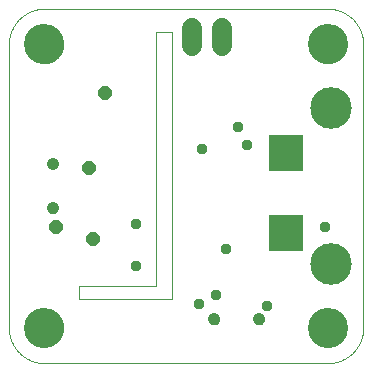
<source format=gbs>
G75*
%MOIN*%
%OFA0B0*%
%FSLAX25Y25*%
%IPPOS*%
%LPD*%
%AMOC8*
5,1,8,0,0,1.08239X$1,22.5*
%
%ADD10C,0.00000*%
%ADD11R,0.11430X0.12414*%
%ADD12C,0.13398*%
%ADD13C,0.04146*%
%ADD14C,0.06706*%
%ADD15C,0.13855*%
%ADD16OC8,0.04562*%
%ADD17OC8,0.03500*%
D10*
X0054181Y0045967D02*
X0054181Y0140455D01*
X0059693Y0140455D02*
X0059695Y0140613D01*
X0059701Y0140771D01*
X0059711Y0140929D01*
X0059725Y0141087D01*
X0059743Y0141244D01*
X0059764Y0141401D01*
X0059790Y0141557D01*
X0059820Y0141713D01*
X0059853Y0141868D01*
X0059891Y0142021D01*
X0059932Y0142174D01*
X0059977Y0142326D01*
X0060026Y0142477D01*
X0060079Y0142626D01*
X0060135Y0142774D01*
X0060195Y0142920D01*
X0060259Y0143065D01*
X0060327Y0143208D01*
X0060398Y0143350D01*
X0060472Y0143490D01*
X0060550Y0143627D01*
X0060632Y0143763D01*
X0060716Y0143897D01*
X0060805Y0144028D01*
X0060896Y0144157D01*
X0060991Y0144284D01*
X0061088Y0144409D01*
X0061189Y0144531D01*
X0061293Y0144650D01*
X0061400Y0144767D01*
X0061510Y0144881D01*
X0061623Y0144992D01*
X0061738Y0145101D01*
X0061856Y0145206D01*
X0061977Y0145308D01*
X0062100Y0145408D01*
X0062226Y0145504D01*
X0062354Y0145597D01*
X0062484Y0145687D01*
X0062617Y0145773D01*
X0062752Y0145857D01*
X0062888Y0145936D01*
X0063027Y0146013D01*
X0063168Y0146085D01*
X0063310Y0146155D01*
X0063454Y0146220D01*
X0063600Y0146282D01*
X0063747Y0146340D01*
X0063896Y0146395D01*
X0064046Y0146446D01*
X0064197Y0146493D01*
X0064349Y0146536D01*
X0064502Y0146575D01*
X0064657Y0146611D01*
X0064812Y0146642D01*
X0064968Y0146670D01*
X0065124Y0146694D01*
X0065281Y0146714D01*
X0065439Y0146730D01*
X0065596Y0146742D01*
X0065755Y0146750D01*
X0065913Y0146754D01*
X0066071Y0146754D01*
X0066229Y0146750D01*
X0066388Y0146742D01*
X0066545Y0146730D01*
X0066703Y0146714D01*
X0066860Y0146694D01*
X0067016Y0146670D01*
X0067172Y0146642D01*
X0067327Y0146611D01*
X0067482Y0146575D01*
X0067635Y0146536D01*
X0067787Y0146493D01*
X0067938Y0146446D01*
X0068088Y0146395D01*
X0068237Y0146340D01*
X0068384Y0146282D01*
X0068530Y0146220D01*
X0068674Y0146155D01*
X0068816Y0146085D01*
X0068957Y0146013D01*
X0069096Y0145936D01*
X0069232Y0145857D01*
X0069367Y0145773D01*
X0069500Y0145687D01*
X0069630Y0145597D01*
X0069758Y0145504D01*
X0069884Y0145408D01*
X0070007Y0145308D01*
X0070128Y0145206D01*
X0070246Y0145101D01*
X0070361Y0144992D01*
X0070474Y0144881D01*
X0070584Y0144767D01*
X0070691Y0144650D01*
X0070795Y0144531D01*
X0070896Y0144409D01*
X0070993Y0144284D01*
X0071088Y0144157D01*
X0071179Y0144028D01*
X0071268Y0143897D01*
X0071352Y0143763D01*
X0071434Y0143627D01*
X0071512Y0143490D01*
X0071586Y0143350D01*
X0071657Y0143208D01*
X0071725Y0143065D01*
X0071789Y0142920D01*
X0071849Y0142774D01*
X0071905Y0142626D01*
X0071958Y0142477D01*
X0072007Y0142326D01*
X0072052Y0142174D01*
X0072093Y0142021D01*
X0072131Y0141868D01*
X0072164Y0141713D01*
X0072194Y0141557D01*
X0072220Y0141401D01*
X0072241Y0141244D01*
X0072259Y0141087D01*
X0072273Y0140929D01*
X0072283Y0140771D01*
X0072289Y0140613D01*
X0072291Y0140455D01*
X0072289Y0140297D01*
X0072283Y0140139D01*
X0072273Y0139981D01*
X0072259Y0139823D01*
X0072241Y0139666D01*
X0072220Y0139509D01*
X0072194Y0139353D01*
X0072164Y0139197D01*
X0072131Y0139042D01*
X0072093Y0138889D01*
X0072052Y0138736D01*
X0072007Y0138584D01*
X0071958Y0138433D01*
X0071905Y0138284D01*
X0071849Y0138136D01*
X0071789Y0137990D01*
X0071725Y0137845D01*
X0071657Y0137702D01*
X0071586Y0137560D01*
X0071512Y0137420D01*
X0071434Y0137283D01*
X0071352Y0137147D01*
X0071268Y0137013D01*
X0071179Y0136882D01*
X0071088Y0136753D01*
X0070993Y0136626D01*
X0070896Y0136501D01*
X0070795Y0136379D01*
X0070691Y0136260D01*
X0070584Y0136143D01*
X0070474Y0136029D01*
X0070361Y0135918D01*
X0070246Y0135809D01*
X0070128Y0135704D01*
X0070007Y0135602D01*
X0069884Y0135502D01*
X0069758Y0135406D01*
X0069630Y0135313D01*
X0069500Y0135223D01*
X0069367Y0135137D01*
X0069232Y0135053D01*
X0069096Y0134974D01*
X0068957Y0134897D01*
X0068816Y0134825D01*
X0068674Y0134755D01*
X0068530Y0134690D01*
X0068384Y0134628D01*
X0068237Y0134570D01*
X0068088Y0134515D01*
X0067938Y0134464D01*
X0067787Y0134417D01*
X0067635Y0134374D01*
X0067482Y0134335D01*
X0067327Y0134299D01*
X0067172Y0134268D01*
X0067016Y0134240D01*
X0066860Y0134216D01*
X0066703Y0134196D01*
X0066545Y0134180D01*
X0066388Y0134168D01*
X0066229Y0134160D01*
X0066071Y0134156D01*
X0065913Y0134156D01*
X0065755Y0134160D01*
X0065596Y0134168D01*
X0065439Y0134180D01*
X0065281Y0134196D01*
X0065124Y0134216D01*
X0064968Y0134240D01*
X0064812Y0134268D01*
X0064657Y0134299D01*
X0064502Y0134335D01*
X0064349Y0134374D01*
X0064197Y0134417D01*
X0064046Y0134464D01*
X0063896Y0134515D01*
X0063747Y0134570D01*
X0063600Y0134628D01*
X0063454Y0134690D01*
X0063310Y0134755D01*
X0063168Y0134825D01*
X0063027Y0134897D01*
X0062888Y0134974D01*
X0062752Y0135053D01*
X0062617Y0135137D01*
X0062484Y0135223D01*
X0062354Y0135313D01*
X0062226Y0135406D01*
X0062100Y0135502D01*
X0061977Y0135602D01*
X0061856Y0135704D01*
X0061738Y0135809D01*
X0061623Y0135918D01*
X0061510Y0136029D01*
X0061400Y0136143D01*
X0061293Y0136260D01*
X0061189Y0136379D01*
X0061088Y0136501D01*
X0060991Y0136626D01*
X0060896Y0136753D01*
X0060805Y0136882D01*
X0060716Y0137013D01*
X0060632Y0137147D01*
X0060550Y0137283D01*
X0060472Y0137420D01*
X0060398Y0137560D01*
X0060327Y0137702D01*
X0060259Y0137845D01*
X0060195Y0137990D01*
X0060135Y0138136D01*
X0060079Y0138284D01*
X0060026Y0138433D01*
X0059977Y0138584D01*
X0059932Y0138736D01*
X0059891Y0138889D01*
X0059853Y0139042D01*
X0059820Y0139197D01*
X0059790Y0139353D01*
X0059764Y0139509D01*
X0059743Y0139666D01*
X0059725Y0139823D01*
X0059711Y0139981D01*
X0059701Y0140139D01*
X0059695Y0140297D01*
X0059693Y0140455D01*
X0054181Y0140455D02*
X0054184Y0140740D01*
X0054195Y0141026D01*
X0054212Y0141311D01*
X0054236Y0141595D01*
X0054267Y0141879D01*
X0054305Y0142162D01*
X0054350Y0142443D01*
X0054401Y0142724D01*
X0054459Y0143004D01*
X0054524Y0143282D01*
X0054596Y0143558D01*
X0054674Y0143832D01*
X0054759Y0144105D01*
X0054851Y0144375D01*
X0054949Y0144643D01*
X0055053Y0144909D01*
X0055164Y0145172D01*
X0055281Y0145432D01*
X0055404Y0145690D01*
X0055534Y0145944D01*
X0055670Y0146195D01*
X0055811Y0146443D01*
X0055959Y0146687D01*
X0056112Y0146928D01*
X0056272Y0147164D01*
X0056437Y0147397D01*
X0056607Y0147626D01*
X0056783Y0147851D01*
X0056965Y0148071D01*
X0057151Y0148287D01*
X0057343Y0148498D01*
X0057540Y0148705D01*
X0057742Y0148907D01*
X0057949Y0149104D01*
X0058160Y0149296D01*
X0058376Y0149482D01*
X0058596Y0149664D01*
X0058821Y0149840D01*
X0059050Y0150010D01*
X0059283Y0150175D01*
X0059519Y0150335D01*
X0059760Y0150488D01*
X0060004Y0150636D01*
X0060252Y0150777D01*
X0060503Y0150913D01*
X0060757Y0151043D01*
X0061015Y0151166D01*
X0061275Y0151283D01*
X0061538Y0151394D01*
X0061804Y0151498D01*
X0062072Y0151596D01*
X0062342Y0151688D01*
X0062615Y0151773D01*
X0062889Y0151851D01*
X0063165Y0151923D01*
X0063443Y0151988D01*
X0063723Y0152046D01*
X0064004Y0152097D01*
X0064285Y0152142D01*
X0064568Y0152180D01*
X0064852Y0152211D01*
X0065136Y0152235D01*
X0065421Y0152252D01*
X0065707Y0152263D01*
X0065992Y0152266D01*
X0160480Y0152266D01*
X0154181Y0140455D02*
X0154183Y0140613D01*
X0154189Y0140771D01*
X0154199Y0140929D01*
X0154213Y0141087D01*
X0154231Y0141244D01*
X0154252Y0141401D01*
X0154278Y0141557D01*
X0154308Y0141713D01*
X0154341Y0141868D01*
X0154379Y0142021D01*
X0154420Y0142174D01*
X0154465Y0142326D01*
X0154514Y0142477D01*
X0154567Y0142626D01*
X0154623Y0142774D01*
X0154683Y0142920D01*
X0154747Y0143065D01*
X0154815Y0143208D01*
X0154886Y0143350D01*
X0154960Y0143490D01*
X0155038Y0143627D01*
X0155120Y0143763D01*
X0155204Y0143897D01*
X0155293Y0144028D01*
X0155384Y0144157D01*
X0155479Y0144284D01*
X0155576Y0144409D01*
X0155677Y0144531D01*
X0155781Y0144650D01*
X0155888Y0144767D01*
X0155998Y0144881D01*
X0156111Y0144992D01*
X0156226Y0145101D01*
X0156344Y0145206D01*
X0156465Y0145308D01*
X0156588Y0145408D01*
X0156714Y0145504D01*
X0156842Y0145597D01*
X0156972Y0145687D01*
X0157105Y0145773D01*
X0157240Y0145857D01*
X0157376Y0145936D01*
X0157515Y0146013D01*
X0157656Y0146085D01*
X0157798Y0146155D01*
X0157942Y0146220D01*
X0158088Y0146282D01*
X0158235Y0146340D01*
X0158384Y0146395D01*
X0158534Y0146446D01*
X0158685Y0146493D01*
X0158837Y0146536D01*
X0158990Y0146575D01*
X0159145Y0146611D01*
X0159300Y0146642D01*
X0159456Y0146670D01*
X0159612Y0146694D01*
X0159769Y0146714D01*
X0159927Y0146730D01*
X0160084Y0146742D01*
X0160243Y0146750D01*
X0160401Y0146754D01*
X0160559Y0146754D01*
X0160717Y0146750D01*
X0160876Y0146742D01*
X0161033Y0146730D01*
X0161191Y0146714D01*
X0161348Y0146694D01*
X0161504Y0146670D01*
X0161660Y0146642D01*
X0161815Y0146611D01*
X0161970Y0146575D01*
X0162123Y0146536D01*
X0162275Y0146493D01*
X0162426Y0146446D01*
X0162576Y0146395D01*
X0162725Y0146340D01*
X0162872Y0146282D01*
X0163018Y0146220D01*
X0163162Y0146155D01*
X0163304Y0146085D01*
X0163445Y0146013D01*
X0163584Y0145936D01*
X0163720Y0145857D01*
X0163855Y0145773D01*
X0163988Y0145687D01*
X0164118Y0145597D01*
X0164246Y0145504D01*
X0164372Y0145408D01*
X0164495Y0145308D01*
X0164616Y0145206D01*
X0164734Y0145101D01*
X0164849Y0144992D01*
X0164962Y0144881D01*
X0165072Y0144767D01*
X0165179Y0144650D01*
X0165283Y0144531D01*
X0165384Y0144409D01*
X0165481Y0144284D01*
X0165576Y0144157D01*
X0165667Y0144028D01*
X0165756Y0143897D01*
X0165840Y0143763D01*
X0165922Y0143627D01*
X0166000Y0143490D01*
X0166074Y0143350D01*
X0166145Y0143208D01*
X0166213Y0143065D01*
X0166277Y0142920D01*
X0166337Y0142774D01*
X0166393Y0142626D01*
X0166446Y0142477D01*
X0166495Y0142326D01*
X0166540Y0142174D01*
X0166581Y0142021D01*
X0166619Y0141868D01*
X0166652Y0141713D01*
X0166682Y0141557D01*
X0166708Y0141401D01*
X0166729Y0141244D01*
X0166747Y0141087D01*
X0166761Y0140929D01*
X0166771Y0140771D01*
X0166777Y0140613D01*
X0166779Y0140455D01*
X0166777Y0140297D01*
X0166771Y0140139D01*
X0166761Y0139981D01*
X0166747Y0139823D01*
X0166729Y0139666D01*
X0166708Y0139509D01*
X0166682Y0139353D01*
X0166652Y0139197D01*
X0166619Y0139042D01*
X0166581Y0138889D01*
X0166540Y0138736D01*
X0166495Y0138584D01*
X0166446Y0138433D01*
X0166393Y0138284D01*
X0166337Y0138136D01*
X0166277Y0137990D01*
X0166213Y0137845D01*
X0166145Y0137702D01*
X0166074Y0137560D01*
X0166000Y0137420D01*
X0165922Y0137283D01*
X0165840Y0137147D01*
X0165756Y0137013D01*
X0165667Y0136882D01*
X0165576Y0136753D01*
X0165481Y0136626D01*
X0165384Y0136501D01*
X0165283Y0136379D01*
X0165179Y0136260D01*
X0165072Y0136143D01*
X0164962Y0136029D01*
X0164849Y0135918D01*
X0164734Y0135809D01*
X0164616Y0135704D01*
X0164495Y0135602D01*
X0164372Y0135502D01*
X0164246Y0135406D01*
X0164118Y0135313D01*
X0163988Y0135223D01*
X0163855Y0135137D01*
X0163720Y0135053D01*
X0163584Y0134974D01*
X0163445Y0134897D01*
X0163304Y0134825D01*
X0163162Y0134755D01*
X0163018Y0134690D01*
X0162872Y0134628D01*
X0162725Y0134570D01*
X0162576Y0134515D01*
X0162426Y0134464D01*
X0162275Y0134417D01*
X0162123Y0134374D01*
X0161970Y0134335D01*
X0161815Y0134299D01*
X0161660Y0134268D01*
X0161504Y0134240D01*
X0161348Y0134216D01*
X0161191Y0134196D01*
X0161033Y0134180D01*
X0160876Y0134168D01*
X0160717Y0134160D01*
X0160559Y0134156D01*
X0160401Y0134156D01*
X0160243Y0134160D01*
X0160084Y0134168D01*
X0159927Y0134180D01*
X0159769Y0134196D01*
X0159612Y0134216D01*
X0159456Y0134240D01*
X0159300Y0134268D01*
X0159145Y0134299D01*
X0158990Y0134335D01*
X0158837Y0134374D01*
X0158685Y0134417D01*
X0158534Y0134464D01*
X0158384Y0134515D01*
X0158235Y0134570D01*
X0158088Y0134628D01*
X0157942Y0134690D01*
X0157798Y0134755D01*
X0157656Y0134825D01*
X0157515Y0134897D01*
X0157376Y0134974D01*
X0157240Y0135053D01*
X0157105Y0135137D01*
X0156972Y0135223D01*
X0156842Y0135313D01*
X0156714Y0135406D01*
X0156588Y0135502D01*
X0156465Y0135602D01*
X0156344Y0135704D01*
X0156226Y0135809D01*
X0156111Y0135918D01*
X0155998Y0136029D01*
X0155888Y0136143D01*
X0155781Y0136260D01*
X0155677Y0136379D01*
X0155576Y0136501D01*
X0155479Y0136626D01*
X0155384Y0136753D01*
X0155293Y0136882D01*
X0155204Y0137013D01*
X0155120Y0137147D01*
X0155038Y0137283D01*
X0154960Y0137420D01*
X0154886Y0137560D01*
X0154815Y0137702D01*
X0154747Y0137845D01*
X0154683Y0137990D01*
X0154623Y0138136D01*
X0154567Y0138284D01*
X0154514Y0138433D01*
X0154465Y0138584D01*
X0154420Y0138736D01*
X0154379Y0138889D01*
X0154341Y0139042D01*
X0154308Y0139197D01*
X0154278Y0139353D01*
X0154252Y0139509D01*
X0154231Y0139666D01*
X0154213Y0139823D01*
X0154199Y0139981D01*
X0154189Y0140139D01*
X0154183Y0140297D01*
X0154181Y0140455D01*
X0160480Y0152266D02*
X0160765Y0152263D01*
X0161051Y0152252D01*
X0161336Y0152235D01*
X0161620Y0152211D01*
X0161904Y0152180D01*
X0162187Y0152142D01*
X0162468Y0152097D01*
X0162749Y0152046D01*
X0163029Y0151988D01*
X0163307Y0151923D01*
X0163583Y0151851D01*
X0163857Y0151773D01*
X0164130Y0151688D01*
X0164400Y0151596D01*
X0164668Y0151498D01*
X0164934Y0151394D01*
X0165197Y0151283D01*
X0165457Y0151166D01*
X0165715Y0151043D01*
X0165969Y0150913D01*
X0166220Y0150777D01*
X0166468Y0150636D01*
X0166712Y0150488D01*
X0166953Y0150335D01*
X0167189Y0150175D01*
X0167422Y0150010D01*
X0167651Y0149840D01*
X0167876Y0149664D01*
X0168096Y0149482D01*
X0168312Y0149296D01*
X0168523Y0149104D01*
X0168730Y0148907D01*
X0168932Y0148705D01*
X0169129Y0148498D01*
X0169321Y0148287D01*
X0169507Y0148071D01*
X0169689Y0147851D01*
X0169865Y0147626D01*
X0170035Y0147397D01*
X0170200Y0147164D01*
X0170360Y0146928D01*
X0170513Y0146687D01*
X0170661Y0146443D01*
X0170802Y0146195D01*
X0170938Y0145944D01*
X0171068Y0145690D01*
X0171191Y0145432D01*
X0171308Y0145172D01*
X0171419Y0144909D01*
X0171523Y0144643D01*
X0171621Y0144375D01*
X0171713Y0144105D01*
X0171798Y0143832D01*
X0171876Y0143558D01*
X0171948Y0143282D01*
X0172013Y0143004D01*
X0172071Y0142724D01*
X0172122Y0142443D01*
X0172167Y0142162D01*
X0172205Y0141879D01*
X0172236Y0141595D01*
X0172260Y0141311D01*
X0172277Y0141026D01*
X0172288Y0140740D01*
X0172291Y0140455D01*
X0172291Y0045967D01*
X0154181Y0045967D02*
X0154183Y0046125D01*
X0154189Y0046283D01*
X0154199Y0046441D01*
X0154213Y0046599D01*
X0154231Y0046756D01*
X0154252Y0046913D01*
X0154278Y0047069D01*
X0154308Y0047225D01*
X0154341Y0047380D01*
X0154379Y0047533D01*
X0154420Y0047686D01*
X0154465Y0047838D01*
X0154514Y0047989D01*
X0154567Y0048138D01*
X0154623Y0048286D01*
X0154683Y0048432D01*
X0154747Y0048577D01*
X0154815Y0048720D01*
X0154886Y0048862D01*
X0154960Y0049002D01*
X0155038Y0049139D01*
X0155120Y0049275D01*
X0155204Y0049409D01*
X0155293Y0049540D01*
X0155384Y0049669D01*
X0155479Y0049796D01*
X0155576Y0049921D01*
X0155677Y0050043D01*
X0155781Y0050162D01*
X0155888Y0050279D01*
X0155998Y0050393D01*
X0156111Y0050504D01*
X0156226Y0050613D01*
X0156344Y0050718D01*
X0156465Y0050820D01*
X0156588Y0050920D01*
X0156714Y0051016D01*
X0156842Y0051109D01*
X0156972Y0051199D01*
X0157105Y0051285D01*
X0157240Y0051369D01*
X0157376Y0051448D01*
X0157515Y0051525D01*
X0157656Y0051597D01*
X0157798Y0051667D01*
X0157942Y0051732D01*
X0158088Y0051794D01*
X0158235Y0051852D01*
X0158384Y0051907D01*
X0158534Y0051958D01*
X0158685Y0052005D01*
X0158837Y0052048D01*
X0158990Y0052087D01*
X0159145Y0052123D01*
X0159300Y0052154D01*
X0159456Y0052182D01*
X0159612Y0052206D01*
X0159769Y0052226D01*
X0159927Y0052242D01*
X0160084Y0052254D01*
X0160243Y0052262D01*
X0160401Y0052266D01*
X0160559Y0052266D01*
X0160717Y0052262D01*
X0160876Y0052254D01*
X0161033Y0052242D01*
X0161191Y0052226D01*
X0161348Y0052206D01*
X0161504Y0052182D01*
X0161660Y0052154D01*
X0161815Y0052123D01*
X0161970Y0052087D01*
X0162123Y0052048D01*
X0162275Y0052005D01*
X0162426Y0051958D01*
X0162576Y0051907D01*
X0162725Y0051852D01*
X0162872Y0051794D01*
X0163018Y0051732D01*
X0163162Y0051667D01*
X0163304Y0051597D01*
X0163445Y0051525D01*
X0163584Y0051448D01*
X0163720Y0051369D01*
X0163855Y0051285D01*
X0163988Y0051199D01*
X0164118Y0051109D01*
X0164246Y0051016D01*
X0164372Y0050920D01*
X0164495Y0050820D01*
X0164616Y0050718D01*
X0164734Y0050613D01*
X0164849Y0050504D01*
X0164962Y0050393D01*
X0165072Y0050279D01*
X0165179Y0050162D01*
X0165283Y0050043D01*
X0165384Y0049921D01*
X0165481Y0049796D01*
X0165576Y0049669D01*
X0165667Y0049540D01*
X0165756Y0049409D01*
X0165840Y0049275D01*
X0165922Y0049139D01*
X0166000Y0049002D01*
X0166074Y0048862D01*
X0166145Y0048720D01*
X0166213Y0048577D01*
X0166277Y0048432D01*
X0166337Y0048286D01*
X0166393Y0048138D01*
X0166446Y0047989D01*
X0166495Y0047838D01*
X0166540Y0047686D01*
X0166581Y0047533D01*
X0166619Y0047380D01*
X0166652Y0047225D01*
X0166682Y0047069D01*
X0166708Y0046913D01*
X0166729Y0046756D01*
X0166747Y0046599D01*
X0166761Y0046441D01*
X0166771Y0046283D01*
X0166777Y0046125D01*
X0166779Y0045967D01*
X0166777Y0045809D01*
X0166771Y0045651D01*
X0166761Y0045493D01*
X0166747Y0045335D01*
X0166729Y0045178D01*
X0166708Y0045021D01*
X0166682Y0044865D01*
X0166652Y0044709D01*
X0166619Y0044554D01*
X0166581Y0044401D01*
X0166540Y0044248D01*
X0166495Y0044096D01*
X0166446Y0043945D01*
X0166393Y0043796D01*
X0166337Y0043648D01*
X0166277Y0043502D01*
X0166213Y0043357D01*
X0166145Y0043214D01*
X0166074Y0043072D01*
X0166000Y0042932D01*
X0165922Y0042795D01*
X0165840Y0042659D01*
X0165756Y0042525D01*
X0165667Y0042394D01*
X0165576Y0042265D01*
X0165481Y0042138D01*
X0165384Y0042013D01*
X0165283Y0041891D01*
X0165179Y0041772D01*
X0165072Y0041655D01*
X0164962Y0041541D01*
X0164849Y0041430D01*
X0164734Y0041321D01*
X0164616Y0041216D01*
X0164495Y0041114D01*
X0164372Y0041014D01*
X0164246Y0040918D01*
X0164118Y0040825D01*
X0163988Y0040735D01*
X0163855Y0040649D01*
X0163720Y0040565D01*
X0163584Y0040486D01*
X0163445Y0040409D01*
X0163304Y0040337D01*
X0163162Y0040267D01*
X0163018Y0040202D01*
X0162872Y0040140D01*
X0162725Y0040082D01*
X0162576Y0040027D01*
X0162426Y0039976D01*
X0162275Y0039929D01*
X0162123Y0039886D01*
X0161970Y0039847D01*
X0161815Y0039811D01*
X0161660Y0039780D01*
X0161504Y0039752D01*
X0161348Y0039728D01*
X0161191Y0039708D01*
X0161033Y0039692D01*
X0160876Y0039680D01*
X0160717Y0039672D01*
X0160559Y0039668D01*
X0160401Y0039668D01*
X0160243Y0039672D01*
X0160084Y0039680D01*
X0159927Y0039692D01*
X0159769Y0039708D01*
X0159612Y0039728D01*
X0159456Y0039752D01*
X0159300Y0039780D01*
X0159145Y0039811D01*
X0158990Y0039847D01*
X0158837Y0039886D01*
X0158685Y0039929D01*
X0158534Y0039976D01*
X0158384Y0040027D01*
X0158235Y0040082D01*
X0158088Y0040140D01*
X0157942Y0040202D01*
X0157798Y0040267D01*
X0157656Y0040337D01*
X0157515Y0040409D01*
X0157376Y0040486D01*
X0157240Y0040565D01*
X0157105Y0040649D01*
X0156972Y0040735D01*
X0156842Y0040825D01*
X0156714Y0040918D01*
X0156588Y0041014D01*
X0156465Y0041114D01*
X0156344Y0041216D01*
X0156226Y0041321D01*
X0156111Y0041430D01*
X0155998Y0041541D01*
X0155888Y0041655D01*
X0155781Y0041772D01*
X0155677Y0041891D01*
X0155576Y0042013D01*
X0155479Y0042138D01*
X0155384Y0042265D01*
X0155293Y0042394D01*
X0155204Y0042525D01*
X0155120Y0042659D01*
X0155038Y0042795D01*
X0154960Y0042932D01*
X0154886Y0043072D01*
X0154815Y0043214D01*
X0154747Y0043357D01*
X0154683Y0043502D01*
X0154623Y0043648D01*
X0154567Y0043796D01*
X0154514Y0043945D01*
X0154465Y0044096D01*
X0154420Y0044248D01*
X0154379Y0044401D01*
X0154341Y0044554D01*
X0154308Y0044709D01*
X0154278Y0044865D01*
X0154252Y0045021D01*
X0154231Y0045178D01*
X0154213Y0045335D01*
X0154199Y0045493D01*
X0154189Y0045651D01*
X0154183Y0045809D01*
X0154181Y0045967D01*
X0160480Y0034156D02*
X0160765Y0034159D01*
X0161051Y0034170D01*
X0161336Y0034187D01*
X0161620Y0034211D01*
X0161904Y0034242D01*
X0162187Y0034280D01*
X0162468Y0034325D01*
X0162749Y0034376D01*
X0163029Y0034434D01*
X0163307Y0034499D01*
X0163583Y0034571D01*
X0163857Y0034649D01*
X0164130Y0034734D01*
X0164400Y0034826D01*
X0164668Y0034924D01*
X0164934Y0035028D01*
X0165197Y0035139D01*
X0165457Y0035256D01*
X0165715Y0035379D01*
X0165969Y0035509D01*
X0166220Y0035645D01*
X0166468Y0035786D01*
X0166712Y0035934D01*
X0166953Y0036087D01*
X0167189Y0036247D01*
X0167422Y0036412D01*
X0167651Y0036582D01*
X0167876Y0036758D01*
X0168096Y0036940D01*
X0168312Y0037126D01*
X0168523Y0037318D01*
X0168730Y0037515D01*
X0168932Y0037717D01*
X0169129Y0037924D01*
X0169321Y0038135D01*
X0169507Y0038351D01*
X0169689Y0038571D01*
X0169865Y0038796D01*
X0170035Y0039025D01*
X0170200Y0039258D01*
X0170360Y0039494D01*
X0170513Y0039735D01*
X0170661Y0039979D01*
X0170802Y0040227D01*
X0170938Y0040478D01*
X0171068Y0040732D01*
X0171191Y0040990D01*
X0171308Y0041250D01*
X0171419Y0041513D01*
X0171523Y0041779D01*
X0171621Y0042047D01*
X0171713Y0042317D01*
X0171798Y0042590D01*
X0171876Y0042864D01*
X0171948Y0043140D01*
X0172013Y0043418D01*
X0172071Y0043698D01*
X0172122Y0043979D01*
X0172167Y0044260D01*
X0172205Y0044543D01*
X0172236Y0044827D01*
X0172260Y0045111D01*
X0172277Y0045396D01*
X0172288Y0045682D01*
X0172291Y0045967D01*
X0160480Y0034156D02*
X0065992Y0034156D01*
X0059693Y0045967D02*
X0059695Y0046125D01*
X0059701Y0046283D01*
X0059711Y0046441D01*
X0059725Y0046599D01*
X0059743Y0046756D01*
X0059764Y0046913D01*
X0059790Y0047069D01*
X0059820Y0047225D01*
X0059853Y0047380D01*
X0059891Y0047533D01*
X0059932Y0047686D01*
X0059977Y0047838D01*
X0060026Y0047989D01*
X0060079Y0048138D01*
X0060135Y0048286D01*
X0060195Y0048432D01*
X0060259Y0048577D01*
X0060327Y0048720D01*
X0060398Y0048862D01*
X0060472Y0049002D01*
X0060550Y0049139D01*
X0060632Y0049275D01*
X0060716Y0049409D01*
X0060805Y0049540D01*
X0060896Y0049669D01*
X0060991Y0049796D01*
X0061088Y0049921D01*
X0061189Y0050043D01*
X0061293Y0050162D01*
X0061400Y0050279D01*
X0061510Y0050393D01*
X0061623Y0050504D01*
X0061738Y0050613D01*
X0061856Y0050718D01*
X0061977Y0050820D01*
X0062100Y0050920D01*
X0062226Y0051016D01*
X0062354Y0051109D01*
X0062484Y0051199D01*
X0062617Y0051285D01*
X0062752Y0051369D01*
X0062888Y0051448D01*
X0063027Y0051525D01*
X0063168Y0051597D01*
X0063310Y0051667D01*
X0063454Y0051732D01*
X0063600Y0051794D01*
X0063747Y0051852D01*
X0063896Y0051907D01*
X0064046Y0051958D01*
X0064197Y0052005D01*
X0064349Y0052048D01*
X0064502Y0052087D01*
X0064657Y0052123D01*
X0064812Y0052154D01*
X0064968Y0052182D01*
X0065124Y0052206D01*
X0065281Y0052226D01*
X0065439Y0052242D01*
X0065596Y0052254D01*
X0065755Y0052262D01*
X0065913Y0052266D01*
X0066071Y0052266D01*
X0066229Y0052262D01*
X0066388Y0052254D01*
X0066545Y0052242D01*
X0066703Y0052226D01*
X0066860Y0052206D01*
X0067016Y0052182D01*
X0067172Y0052154D01*
X0067327Y0052123D01*
X0067482Y0052087D01*
X0067635Y0052048D01*
X0067787Y0052005D01*
X0067938Y0051958D01*
X0068088Y0051907D01*
X0068237Y0051852D01*
X0068384Y0051794D01*
X0068530Y0051732D01*
X0068674Y0051667D01*
X0068816Y0051597D01*
X0068957Y0051525D01*
X0069096Y0051448D01*
X0069232Y0051369D01*
X0069367Y0051285D01*
X0069500Y0051199D01*
X0069630Y0051109D01*
X0069758Y0051016D01*
X0069884Y0050920D01*
X0070007Y0050820D01*
X0070128Y0050718D01*
X0070246Y0050613D01*
X0070361Y0050504D01*
X0070474Y0050393D01*
X0070584Y0050279D01*
X0070691Y0050162D01*
X0070795Y0050043D01*
X0070896Y0049921D01*
X0070993Y0049796D01*
X0071088Y0049669D01*
X0071179Y0049540D01*
X0071268Y0049409D01*
X0071352Y0049275D01*
X0071434Y0049139D01*
X0071512Y0049002D01*
X0071586Y0048862D01*
X0071657Y0048720D01*
X0071725Y0048577D01*
X0071789Y0048432D01*
X0071849Y0048286D01*
X0071905Y0048138D01*
X0071958Y0047989D01*
X0072007Y0047838D01*
X0072052Y0047686D01*
X0072093Y0047533D01*
X0072131Y0047380D01*
X0072164Y0047225D01*
X0072194Y0047069D01*
X0072220Y0046913D01*
X0072241Y0046756D01*
X0072259Y0046599D01*
X0072273Y0046441D01*
X0072283Y0046283D01*
X0072289Y0046125D01*
X0072291Y0045967D01*
X0072289Y0045809D01*
X0072283Y0045651D01*
X0072273Y0045493D01*
X0072259Y0045335D01*
X0072241Y0045178D01*
X0072220Y0045021D01*
X0072194Y0044865D01*
X0072164Y0044709D01*
X0072131Y0044554D01*
X0072093Y0044401D01*
X0072052Y0044248D01*
X0072007Y0044096D01*
X0071958Y0043945D01*
X0071905Y0043796D01*
X0071849Y0043648D01*
X0071789Y0043502D01*
X0071725Y0043357D01*
X0071657Y0043214D01*
X0071586Y0043072D01*
X0071512Y0042932D01*
X0071434Y0042795D01*
X0071352Y0042659D01*
X0071268Y0042525D01*
X0071179Y0042394D01*
X0071088Y0042265D01*
X0070993Y0042138D01*
X0070896Y0042013D01*
X0070795Y0041891D01*
X0070691Y0041772D01*
X0070584Y0041655D01*
X0070474Y0041541D01*
X0070361Y0041430D01*
X0070246Y0041321D01*
X0070128Y0041216D01*
X0070007Y0041114D01*
X0069884Y0041014D01*
X0069758Y0040918D01*
X0069630Y0040825D01*
X0069500Y0040735D01*
X0069367Y0040649D01*
X0069232Y0040565D01*
X0069096Y0040486D01*
X0068957Y0040409D01*
X0068816Y0040337D01*
X0068674Y0040267D01*
X0068530Y0040202D01*
X0068384Y0040140D01*
X0068237Y0040082D01*
X0068088Y0040027D01*
X0067938Y0039976D01*
X0067787Y0039929D01*
X0067635Y0039886D01*
X0067482Y0039847D01*
X0067327Y0039811D01*
X0067172Y0039780D01*
X0067016Y0039752D01*
X0066860Y0039728D01*
X0066703Y0039708D01*
X0066545Y0039692D01*
X0066388Y0039680D01*
X0066229Y0039672D01*
X0066071Y0039668D01*
X0065913Y0039668D01*
X0065755Y0039672D01*
X0065596Y0039680D01*
X0065439Y0039692D01*
X0065281Y0039708D01*
X0065124Y0039728D01*
X0064968Y0039752D01*
X0064812Y0039780D01*
X0064657Y0039811D01*
X0064502Y0039847D01*
X0064349Y0039886D01*
X0064197Y0039929D01*
X0064046Y0039976D01*
X0063896Y0040027D01*
X0063747Y0040082D01*
X0063600Y0040140D01*
X0063454Y0040202D01*
X0063310Y0040267D01*
X0063168Y0040337D01*
X0063027Y0040409D01*
X0062888Y0040486D01*
X0062752Y0040565D01*
X0062617Y0040649D01*
X0062484Y0040735D01*
X0062354Y0040825D01*
X0062226Y0040918D01*
X0062100Y0041014D01*
X0061977Y0041114D01*
X0061856Y0041216D01*
X0061738Y0041321D01*
X0061623Y0041430D01*
X0061510Y0041541D01*
X0061400Y0041655D01*
X0061293Y0041772D01*
X0061189Y0041891D01*
X0061088Y0042013D01*
X0060991Y0042138D01*
X0060896Y0042265D01*
X0060805Y0042394D01*
X0060716Y0042525D01*
X0060632Y0042659D01*
X0060550Y0042795D01*
X0060472Y0042932D01*
X0060398Y0043072D01*
X0060327Y0043214D01*
X0060259Y0043357D01*
X0060195Y0043502D01*
X0060135Y0043648D01*
X0060079Y0043796D01*
X0060026Y0043945D01*
X0059977Y0044096D01*
X0059932Y0044248D01*
X0059891Y0044401D01*
X0059853Y0044554D01*
X0059820Y0044709D01*
X0059790Y0044865D01*
X0059764Y0045021D01*
X0059743Y0045178D01*
X0059725Y0045335D01*
X0059711Y0045493D01*
X0059701Y0045651D01*
X0059695Y0045809D01*
X0059693Y0045967D01*
X0054181Y0045967D02*
X0054184Y0045682D01*
X0054195Y0045396D01*
X0054212Y0045111D01*
X0054236Y0044827D01*
X0054267Y0044543D01*
X0054305Y0044260D01*
X0054350Y0043979D01*
X0054401Y0043698D01*
X0054459Y0043418D01*
X0054524Y0043140D01*
X0054596Y0042864D01*
X0054674Y0042590D01*
X0054759Y0042317D01*
X0054851Y0042047D01*
X0054949Y0041779D01*
X0055053Y0041513D01*
X0055164Y0041250D01*
X0055281Y0040990D01*
X0055404Y0040732D01*
X0055534Y0040478D01*
X0055670Y0040227D01*
X0055811Y0039979D01*
X0055959Y0039735D01*
X0056112Y0039494D01*
X0056272Y0039258D01*
X0056437Y0039025D01*
X0056607Y0038796D01*
X0056783Y0038571D01*
X0056965Y0038351D01*
X0057151Y0038135D01*
X0057343Y0037924D01*
X0057540Y0037717D01*
X0057742Y0037515D01*
X0057949Y0037318D01*
X0058160Y0037126D01*
X0058376Y0036940D01*
X0058596Y0036758D01*
X0058821Y0036582D01*
X0059050Y0036412D01*
X0059283Y0036247D01*
X0059519Y0036087D01*
X0059760Y0035934D01*
X0060004Y0035786D01*
X0060252Y0035645D01*
X0060503Y0035509D01*
X0060757Y0035379D01*
X0061015Y0035256D01*
X0061275Y0035139D01*
X0061538Y0035028D01*
X0061804Y0034924D01*
X0062072Y0034826D01*
X0062342Y0034734D01*
X0062615Y0034649D01*
X0062889Y0034571D01*
X0063165Y0034499D01*
X0063443Y0034434D01*
X0063723Y0034376D01*
X0064004Y0034325D01*
X0064285Y0034280D01*
X0064568Y0034242D01*
X0064852Y0034211D01*
X0065136Y0034187D01*
X0065421Y0034170D01*
X0065707Y0034159D01*
X0065992Y0034156D01*
X0077409Y0055416D02*
X0077409Y0059944D01*
X0103197Y0059944D01*
X0103197Y0144589D01*
X0108512Y0144589D01*
X0108512Y0055416D01*
X0103197Y0055416D01*
X0077409Y0055416D01*
X0067075Y0085731D02*
X0067077Y0085812D01*
X0067083Y0085894D01*
X0067093Y0085975D01*
X0067107Y0086055D01*
X0067124Y0086134D01*
X0067146Y0086213D01*
X0067171Y0086290D01*
X0067200Y0086367D01*
X0067233Y0086441D01*
X0067270Y0086514D01*
X0067309Y0086585D01*
X0067353Y0086654D01*
X0067399Y0086721D01*
X0067449Y0086785D01*
X0067502Y0086847D01*
X0067558Y0086907D01*
X0067616Y0086963D01*
X0067678Y0087017D01*
X0067742Y0087068D01*
X0067808Y0087115D01*
X0067876Y0087159D01*
X0067947Y0087200D01*
X0068019Y0087237D01*
X0068094Y0087271D01*
X0068169Y0087301D01*
X0068247Y0087327D01*
X0068325Y0087350D01*
X0068404Y0087368D01*
X0068484Y0087383D01*
X0068565Y0087394D01*
X0068646Y0087401D01*
X0068728Y0087404D01*
X0068809Y0087403D01*
X0068890Y0087398D01*
X0068971Y0087389D01*
X0069052Y0087376D01*
X0069132Y0087359D01*
X0069210Y0087339D01*
X0069288Y0087314D01*
X0069365Y0087286D01*
X0069440Y0087254D01*
X0069513Y0087219D01*
X0069584Y0087180D01*
X0069654Y0087137D01*
X0069721Y0087092D01*
X0069787Y0087043D01*
X0069849Y0086991D01*
X0069909Y0086935D01*
X0069966Y0086877D01*
X0070021Y0086817D01*
X0070072Y0086753D01*
X0070120Y0086688D01*
X0070165Y0086620D01*
X0070207Y0086550D01*
X0070245Y0086478D01*
X0070280Y0086404D01*
X0070311Y0086329D01*
X0070338Y0086252D01*
X0070361Y0086174D01*
X0070381Y0086095D01*
X0070397Y0086015D01*
X0070409Y0085934D01*
X0070417Y0085853D01*
X0070421Y0085772D01*
X0070421Y0085690D01*
X0070417Y0085609D01*
X0070409Y0085528D01*
X0070397Y0085447D01*
X0070381Y0085367D01*
X0070361Y0085288D01*
X0070338Y0085210D01*
X0070311Y0085133D01*
X0070280Y0085058D01*
X0070245Y0084984D01*
X0070207Y0084912D01*
X0070165Y0084842D01*
X0070120Y0084774D01*
X0070072Y0084709D01*
X0070021Y0084645D01*
X0069966Y0084585D01*
X0069909Y0084527D01*
X0069849Y0084471D01*
X0069787Y0084419D01*
X0069721Y0084370D01*
X0069654Y0084325D01*
X0069585Y0084282D01*
X0069513Y0084243D01*
X0069440Y0084208D01*
X0069365Y0084176D01*
X0069288Y0084148D01*
X0069210Y0084123D01*
X0069132Y0084103D01*
X0069052Y0084086D01*
X0068971Y0084073D01*
X0068890Y0084064D01*
X0068809Y0084059D01*
X0068728Y0084058D01*
X0068646Y0084061D01*
X0068565Y0084068D01*
X0068484Y0084079D01*
X0068404Y0084094D01*
X0068325Y0084112D01*
X0068247Y0084135D01*
X0068169Y0084161D01*
X0068094Y0084191D01*
X0068019Y0084225D01*
X0067947Y0084262D01*
X0067876Y0084303D01*
X0067808Y0084347D01*
X0067742Y0084394D01*
X0067678Y0084445D01*
X0067616Y0084499D01*
X0067558Y0084555D01*
X0067502Y0084615D01*
X0067449Y0084677D01*
X0067399Y0084741D01*
X0067353Y0084808D01*
X0067309Y0084877D01*
X0067270Y0084948D01*
X0067233Y0085021D01*
X0067200Y0085095D01*
X0067171Y0085172D01*
X0067146Y0085249D01*
X0067124Y0085328D01*
X0067107Y0085407D01*
X0067093Y0085487D01*
X0067083Y0085568D01*
X0067077Y0085650D01*
X0067075Y0085731D01*
X0067075Y0100692D02*
X0067077Y0100773D01*
X0067083Y0100855D01*
X0067093Y0100936D01*
X0067107Y0101016D01*
X0067124Y0101095D01*
X0067146Y0101174D01*
X0067171Y0101251D01*
X0067200Y0101328D01*
X0067233Y0101402D01*
X0067270Y0101475D01*
X0067309Y0101546D01*
X0067353Y0101615D01*
X0067399Y0101682D01*
X0067449Y0101746D01*
X0067502Y0101808D01*
X0067558Y0101868D01*
X0067616Y0101924D01*
X0067678Y0101978D01*
X0067742Y0102029D01*
X0067808Y0102076D01*
X0067876Y0102120D01*
X0067947Y0102161D01*
X0068019Y0102198D01*
X0068094Y0102232D01*
X0068169Y0102262D01*
X0068247Y0102288D01*
X0068325Y0102311D01*
X0068404Y0102329D01*
X0068484Y0102344D01*
X0068565Y0102355D01*
X0068646Y0102362D01*
X0068728Y0102365D01*
X0068809Y0102364D01*
X0068890Y0102359D01*
X0068971Y0102350D01*
X0069052Y0102337D01*
X0069132Y0102320D01*
X0069210Y0102300D01*
X0069288Y0102275D01*
X0069365Y0102247D01*
X0069440Y0102215D01*
X0069513Y0102180D01*
X0069584Y0102141D01*
X0069654Y0102098D01*
X0069721Y0102053D01*
X0069787Y0102004D01*
X0069849Y0101952D01*
X0069909Y0101896D01*
X0069966Y0101838D01*
X0070021Y0101778D01*
X0070072Y0101714D01*
X0070120Y0101649D01*
X0070165Y0101581D01*
X0070207Y0101511D01*
X0070245Y0101439D01*
X0070280Y0101365D01*
X0070311Y0101290D01*
X0070338Y0101213D01*
X0070361Y0101135D01*
X0070381Y0101056D01*
X0070397Y0100976D01*
X0070409Y0100895D01*
X0070417Y0100814D01*
X0070421Y0100733D01*
X0070421Y0100651D01*
X0070417Y0100570D01*
X0070409Y0100489D01*
X0070397Y0100408D01*
X0070381Y0100328D01*
X0070361Y0100249D01*
X0070338Y0100171D01*
X0070311Y0100094D01*
X0070280Y0100019D01*
X0070245Y0099945D01*
X0070207Y0099873D01*
X0070165Y0099803D01*
X0070120Y0099735D01*
X0070072Y0099670D01*
X0070021Y0099606D01*
X0069966Y0099546D01*
X0069909Y0099488D01*
X0069849Y0099432D01*
X0069787Y0099380D01*
X0069721Y0099331D01*
X0069654Y0099286D01*
X0069585Y0099243D01*
X0069513Y0099204D01*
X0069440Y0099169D01*
X0069365Y0099137D01*
X0069288Y0099109D01*
X0069210Y0099084D01*
X0069132Y0099064D01*
X0069052Y0099047D01*
X0068971Y0099034D01*
X0068890Y0099025D01*
X0068809Y0099020D01*
X0068728Y0099019D01*
X0068646Y0099022D01*
X0068565Y0099029D01*
X0068484Y0099040D01*
X0068404Y0099055D01*
X0068325Y0099073D01*
X0068247Y0099096D01*
X0068169Y0099122D01*
X0068094Y0099152D01*
X0068019Y0099186D01*
X0067947Y0099223D01*
X0067876Y0099264D01*
X0067808Y0099308D01*
X0067742Y0099355D01*
X0067678Y0099406D01*
X0067616Y0099460D01*
X0067558Y0099516D01*
X0067502Y0099576D01*
X0067449Y0099638D01*
X0067399Y0099702D01*
X0067353Y0099769D01*
X0067309Y0099838D01*
X0067270Y0099909D01*
X0067233Y0099982D01*
X0067200Y0100056D01*
X0067171Y0100133D01*
X0067146Y0100210D01*
X0067124Y0100289D01*
X0067107Y0100368D01*
X0067093Y0100448D01*
X0067083Y0100529D01*
X0067077Y0100611D01*
X0067075Y0100692D01*
X0120815Y0048723D02*
X0120817Y0048804D01*
X0120823Y0048886D01*
X0120833Y0048967D01*
X0120847Y0049047D01*
X0120864Y0049126D01*
X0120886Y0049205D01*
X0120911Y0049282D01*
X0120940Y0049359D01*
X0120973Y0049433D01*
X0121010Y0049506D01*
X0121049Y0049577D01*
X0121093Y0049646D01*
X0121139Y0049713D01*
X0121189Y0049777D01*
X0121242Y0049839D01*
X0121298Y0049899D01*
X0121356Y0049955D01*
X0121418Y0050009D01*
X0121482Y0050060D01*
X0121548Y0050107D01*
X0121616Y0050151D01*
X0121687Y0050192D01*
X0121759Y0050229D01*
X0121834Y0050263D01*
X0121909Y0050293D01*
X0121987Y0050319D01*
X0122065Y0050342D01*
X0122144Y0050360D01*
X0122224Y0050375D01*
X0122305Y0050386D01*
X0122386Y0050393D01*
X0122468Y0050396D01*
X0122549Y0050395D01*
X0122630Y0050390D01*
X0122711Y0050381D01*
X0122792Y0050368D01*
X0122872Y0050351D01*
X0122950Y0050331D01*
X0123028Y0050306D01*
X0123105Y0050278D01*
X0123180Y0050246D01*
X0123253Y0050211D01*
X0123324Y0050172D01*
X0123394Y0050129D01*
X0123461Y0050084D01*
X0123527Y0050035D01*
X0123589Y0049983D01*
X0123649Y0049927D01*
X0123706Y0049869D01*
X0123761Y0049809D01*
X0123812Y0049745D01*
X0123860Y0049680D01*
X0123905Y0049612D01*
X0123947Y0049542D01*
X0123985Y0049470D01*
X0124020Y0049396D01*
X0124051Y0049321D01*
X0124078Y0049244D01*
X0124101Y0049166D01*
X0124121Y0049087D01*
X0124137Y0049007D01*
X0124149Y0048926D01*
X0124157Y0048845D01*
X0124161Y0048764D01*
X0124161Y0048682D01*
X0124157Y0048601D01*
X0124149Y0048520D01*
X0124137Y0048439D01*
X0124121Y0048359D01*
X0124101Y0048280D01*
X0124078Y0048202D01*
X0124051Y0048125D01*
X0124020Y0048050D01*
X0123985Y0047976D01*
X0123947Y0047904D01*
X0123905Y0047834D01*
X0123860Y0047766D01*
X0123812Y0047701D01*
X0123761Y0047637D01*
X0123706Y0047577D01*
X0123649Y0047519D01*
X0123589Y0047463D01*
X0123527Y0047411D01*
X0123461Y0047362D01*
X0123394Y0047317D01*
X0123325Y0047274D01*
X0123253Y0047235D01*
X0123180Y0047200D01*
X0123105Y0047168D01*
X0123028Y0047140D01*
X0122950Y0047115D01*
X0122872Y0047095D01*
X0122792Y0047078D01*
X0122711Y0047065D01*
X0122630Y0047056D01*
X0122549Y0047051D01*
X0122468Y0047050D01*
X0122386Y0047053D01*
X0122305Y0047060D01*
X0122224Y0047071D01*
X0122144Y0047086D01*
X0122065Y0047104D01*
X0121987Y0047127D01*
X0121909Y0047153D01*
X0121834Y0047183D01*
X0121759Y0047217D01*
X0121687Y0047254D01*
X0121616Y0047295D01*
X0121548Y0047339D01*
X0121482Y0047386D01*
X0121418Y0047437D01*
X0121356Y0047491D01*
X0121298Y0047547D01*
X0121242Y0047607D01*
X0121189Y0047669D01*
X0121139Y0047733D01*
X0121093Y0047800D01*
X0121049Y0047869D01*
X0121010Y0047940D01*
X0120973Y0048013D01*
X0120940Y0048087D01*
X0120911Y0048164D01*
X0120886Y0048241D01*
X0120864Y0048320D01*
X0120847Y0048399D01*
X0120833Y0048479D01*
X0120823Y0048560D01*
X0120817Y0048642D01*
X0120815Y0048723D01*
X0135776Y0048723D02*
X0135778Y0048804D01*
X0135784Y0048886D01*
X0135794Y0048967D01*
X0135808Y0049047D01*
X0135825Y0049126D01*
X0135847Y0049205D01*
X0135872Y0049282D01*
X0135901Y0049359D01*
X0135934Y0049433D01*
X0135971Y0049506D01*
X0136010Y0049577D01*
X0136054Y0049646D01*
X0136100Y0049713D01*
X0136150Y0049777D01*
X0136203Y0049839D01*
X0136259Y0049899D01*
X0136317Y0049955D01*
X0136379Y0050009D01*
X0136443Y0050060D01*
X0136509Y0050107D01*
X0136577Y0050151D01*
X0136648Y0050192D01*
X0136720Y0050229D01*
X0136795Y0050263D01*
X0136870Y0050293D01*
X0136948Y0050319D01*
X0137026Y0050342D01*
X0137105Y0050360D01*
X0137185Y0050375D01*
X0137266Y0050386D01*
X0137347Y0050393D01*
X0137429Y0050396D01*
X0137510Y0050395D01*
X0137591Y0050390D01*
X0137672Y0050381D01*
X0137753Y0050368D01*
X0137833Y0050351D01*
X0137911Y0050331D01*
X0137989Y0050306D01*
X0138066Y0050278D01*
X0138141Y0050246D01*
X0138214Y0050211D01*
X0138285Y0050172D01*
X0138355Y0050129D01*
X0138422Y0050084D01*
X0138488Y0050035D01*
X0138550Y0049983D01*
X0138610Y0049927D01*
X0138667Y0049869D01*
X0138722Y0049809D01*
X0138773Y0049745D01*
X0138821Y0049680D01*
X0138866Y0049612D01*
X0138908Y0049542D01*
X0138946Y0049470D01*
X0138981Y0049396D01*
X0139012Y0049321D01*
X0139039Y0049244D01*
X0139062Y0049166D01*
X0139082Y0049087D01*
X0139098Y0049007D01*
X0139110Y0048926D01*
X0139118Y0048845D01*
X0139122Y0048764D01*
X0139122Y0048682D01*
X0139118Y0048601D01*
X0139110Y0048520D01*
X0139098Y0048439D01*
X0139082Y0048359D01*
X0139062Y0048280D01*
X0139039Y0048202D01*
X0139012Y0048125D01*
X0138981Y0048050D01*
X0138946Y0047976D01*
X0138908Y0047904D01*
X0138866Y0047834D01*
X0138821Y0047766D01*
X0138773Y0047701D01*
X0138722Y0047637D01*
X0138667Y0047577D01*
X0138610Y0047519D01*
X0138550Y0047463D01*
X0138488Y0047411D01*
X0138422Y0047362D01*
X0138355Y0047317D01*
X0138286Y0047274D01*
X0138214Y0047235D01*
X0138141Y0047200D01*
X0138066Y0047168D01*
X0137989Y0047140D01*
X0137911Y0047115D01*
X0137833Y0047095D01*
X0137753Y0047078D01*
X0137672Y0047065D01*
X0137591Y0047056D01*
X0137510Y0047051D01*
X0137429Y0047050D01*
X0137347Y0047053D01*
X0137266Y0047060D01*
X0137185Y0047071D01*
X0137105Y0047086D01*
X0137026Y0047104D01*
X0136948Y0047127D01*
X0136870Y0047153D01*
X0136795Y0047183D01*
X0136720Y0047217D01*
X0136648Y0047254D01*
X0136577Y0047295D01*
X0136509Y0047339D01*
X0136443Y0047386D01*
X0136379Y0047437D01*
X0136317Y0047491D01*
X0136259Y0047547D01*
X0136203Y0047607D01*
X0136150Y0047669D01*
X0136100Y0047733D01*
X0136054Y0047800D01*
X0136010Y0047869D01*
X0135971Y0047940D01*
X0135934Y0048013D01*
X0135901Y0048087D01*
X0135872Y0048164D01*
X0135847Y0048241D01*
X0135825Y0048320D01*
X0135808Y0048399D01*
X0135794Y0048479D01*
X0135784Y0048560D01*
X0135778Y0048642D01*
X0135776Y0048723D01*
D11*
X0146701Y0077463D03*
X0146701Y0104038D03*
D12*
X0160480Y0140455D03*
X0065992Y0140455D03*
X0065992Y0045967D03*
X0160480Y0045967D03*
D13*
X0137449Y0048723D03*
X0122488Y0048723D03*
X0068748Y0085731D03*
X0068748Y0100692D03*
D14*
X0115126Y0139963D02*
X0115126Y0145869D01*
X0125126Y0145869D02*
X0125126Y0139963D01*
D15*
X0161465Y0119196D03*
X0161465Y0067227D03*
D16*
X0086169Y0124215D03*
X0080756Y0099117D03*
X0069929Y0079432D03*
X0082232Y0075495D03*
D17*
X0096504Y0080416D03*
X0096504Y0066636D03*
X0117665Y0053841D03*
X0123079Y0056794D03*
X0140303Y0053349D03*
X0126524Y0072050D03*
X0159496Y0079432D03*
X0133413Y0106991D03*
X0130461Y0112896D03*
X0118650Y0105514D03*
M02*

</source>
